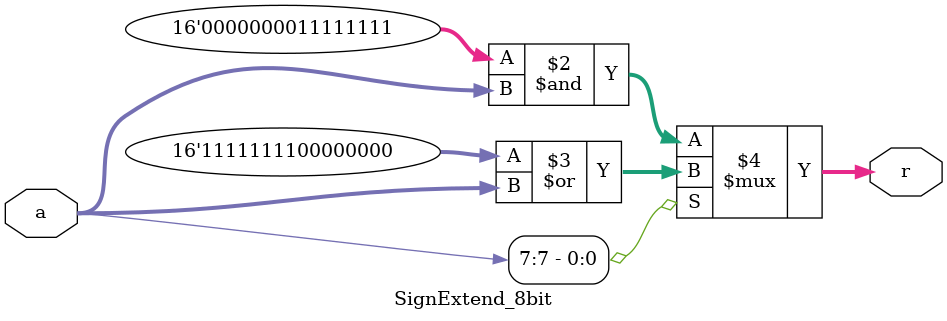
<source format=v>
`timescale 1ns / 1ps
module SignExtend_8bit(
	input [7:0] a,
	output[15:0] r
    );
	assign r = (a[7] == 0)? 16'h00FF&a : 16'hFF00|a;

endmodule

</source>
